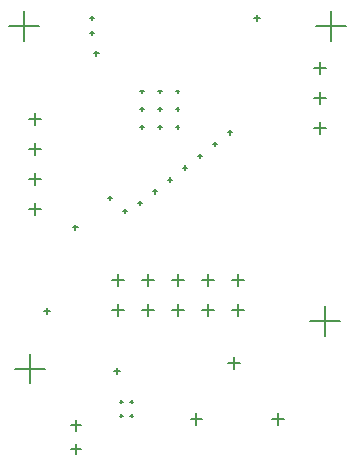
<source format=gbr>
G04*
G04 #@! TF.GenerationSoftware,Altium Limited,Altium Designer,22.4.2 (48)*
G04*
G04 Layer_Color=128*
%FSLAX44Y44*%
%MOMM*%
G71*
G04*
G04 #@! TF.SameCoordinates,838EBF20-BE27-4DE5-A25A-4BBD7161CD63*
G04*
G04*
G04 #@! TF.FilePolarity,Positive*
G04*
G01*
G75*
%ADD11C,0.1270*%
D11*
X133500Y309600D02*
X136500D01*
X135000Y308100D02*
Y311100D01*
X133500Y294600D02*
X136500D01*
X135000Y293100D02*
Y296100D01*
X133500Y324670D02*
X136500D01*
X135000Y323170D02*
Y326170D01*
X148500Y309600D02*
X151500D01*
X150000Y308100D02*
Y311100D01*
X118500Y309600D02*
X121500D01*
X120000Y308100D02*
Y311100D01*
X118500Y294600D02*
X121500D01*
X120000Y293100D02*
Y296100D01*
X148500Y294600D02*
X151500D01*
X150000Y293100D02*
Y296100D01*
X148500Y324670D02*
X151500D01*
X150000Y323170D02*
Y326170D01*
X118500Y324670D02*
X121500D01*
X120000Y323170D02*
Y326170D01*
X109910Y49880D02*
X112450D01*
X111180Y48610D02*
Y51150D01*
X100910Y49880D02*
X103450D01*
X102180Y48610D02*
Y51150D01*
X109910Y61880D02*
X112450D01*
X111180Y60610D02*
Y63150D01*
X100910Y61880D02*
X103450D01*
X102180Y60610D02*
Y63150D01*
X59500Y22000D02*
X68500D01*
X64000Y17500D02*
Y26500D01*
X59500Y42000D02*
X68500D01*
X64000Y37500D02*
Y46500D01*
X144920Y165100D02*
X155080D01*
X150000Y160020D02*
Y170180D01*
X170320Y139700D02*
X180480D01*
X175400Y134620D02*
Y144780D01*
X119520Y165100D02*
X129680D01*
X124600Y160020D02*
Y170180D01*
X119520Y139700D02*
X129680D01*
X124600Y134620D02*
Y144780D01*
X94120Y165100D02*
X104280D01*
X99200Y160020D02*
Y170180D01*
X94120Y139700D02*
X104280D01*
X99200Y134620D02*
Y144780D01*
X144920Y139700D02*
X155080D01*
X150000Y134620D02*
Y144780D01*
X195720Y139700D02*
X205880D01*
X200800Y134620D02*
Y144780D01*
X195720Y165100D02*
X205880D01*
X200800Y160020D02*
Y170180D01*
X170320Y165100D02*
X180480D01*
X175400Y160020D02*
Y170180D01*
X230000Y46990D02*
X240000D01*
X235000Y41990D02*
Y51990D01*
X192500Y94990D02*
X202500D01*
X197500Y89990D02*
Y99990D01*
X161000Y46990D02*
X171000D01*
X166000Y41990D02*
Y51990D01*
X265510Y344170D02*
X275510D01*
X270510Y339170D02*
Y349170D01*
X265510Y293370D02*
X275510D01*
X270510Y288370D02*
Y298370D01*
X265510Y318770D02*
X275510D01*
X270510Y313770D02*
Y323770D01*
X24000Y224790D02*
X34000D01*
X29000Y219790D02*
Y229790D01*
X24000Y275590D02*
X34000D01*
X29000Y270590D02*
Y280590D01*
X24000Y250190D02*
X34000D01*
X29000Y245190D02*
Y255190D01*
X24000Y300990D02*
X34000D01*
X29000Y295990D02*
Y305990D01*
X262500Y130000D02*
X287500D01*
X275000Y117500D02*
Y142500D01*
X12500Y90000D02*
X37500D01*
X25000Y77500D02*
Y102500D01*
X7500Y380000D02*
X32500D01*
X20000Y367500D02*
Y392500D01*
X267500Y380000D02*
X292500D01*
X280000Y367500D02*
Y392500D01*
X214630Y386800D02*
X219710D01*
X217170Y384260D02*
Y389340D01*
X36830Y138430D02*
X41910D01*
X39370Y135890D02*
Y140970D01*
X96520Y87630D02*
X101600D01*
X99060Y85090D02*
Y90170D01*
X103505Y223520D02*
X107315D01*
X105410Y221615D02*
Y225425D01*
X61595Y209550D02*
X65405D01*
X63500Y207645D02*
Y211455D01*
X90805Y234400D02*
X94615D01*
X92710Y232495D02*
Y236305D01*
X192595Y290000D02*
X196405D01*
X194500Y288095D02*
Y291905D01*
X179895Y280000D02*
X183705D01*
X181800Y278095D02*
Y281905D01*
X116395Y230000D02*
X120205D01*
X118300Y228095D02*
Y231905D01*
X167195Y270000D02*
X171005D01*
X169100Y268095D02*
Y271905D01*
X154495Y260000D02*
X158305D01*
X156400Y258095D02*
Y261905D01*
X129095Y240000D02*
X132905D01*
X131000Y238095D02*
Y241905D01*
X141795Y250000D02*
X145605D01*
X143700Y248095D02*
Y251905D01*
X79375Y356870D02*
X83185D01*
X81280Y354965D02*
Y358775D01*
X75565Y374100D02*
X79375D01*
X77470Y372195D02*
Y376005D01*
X75565Y386800D02*
X79375D01*
X77470Y384895D02*
Y388705D01*
M02*

</source>
